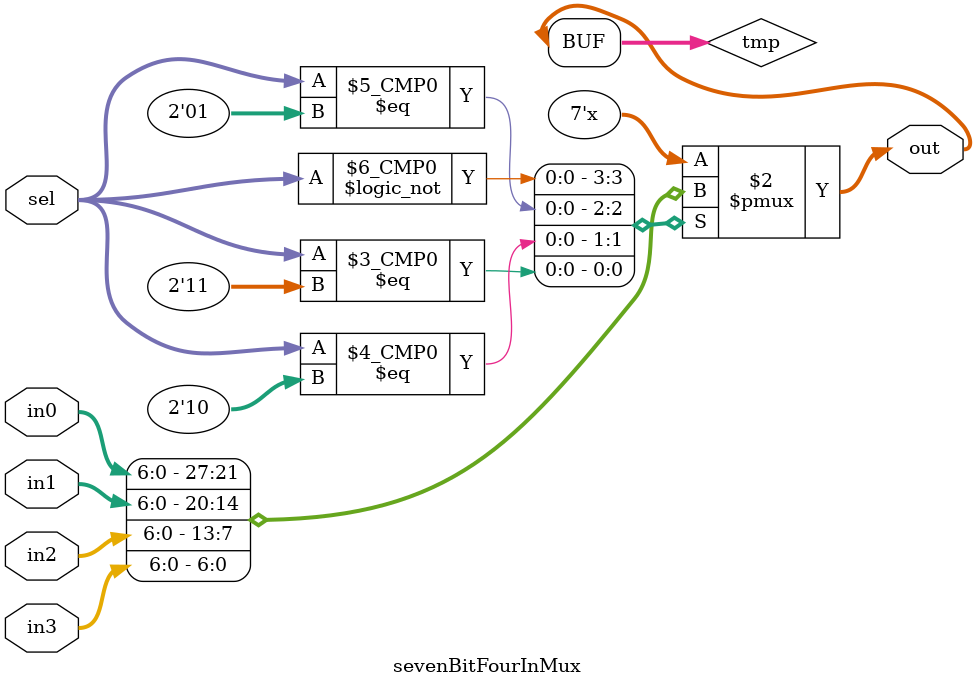
<source format=v>
module sevenBitFourInMux    (
input [6:0]in0,  // mux inputs
input [6:0]in1,  // mux inputs
input [6:0]in2,  // mux inputs
input [6:0]in3,  // mux inputs
input [1:0]sel,  // select line
output [6:0]out  // output from mux
);

//-------------Code Starts Here-------
reg [6:0] tmp;
always @(*)
	case(sel)
		 2'b00: tmp = in0;
		 2'b01: tmp = in1;
		 2'b10: tmp = in2;
		 2'b11: tmp = in3;
	 endcase
assign out = tmp;
endmodule 

</source>
